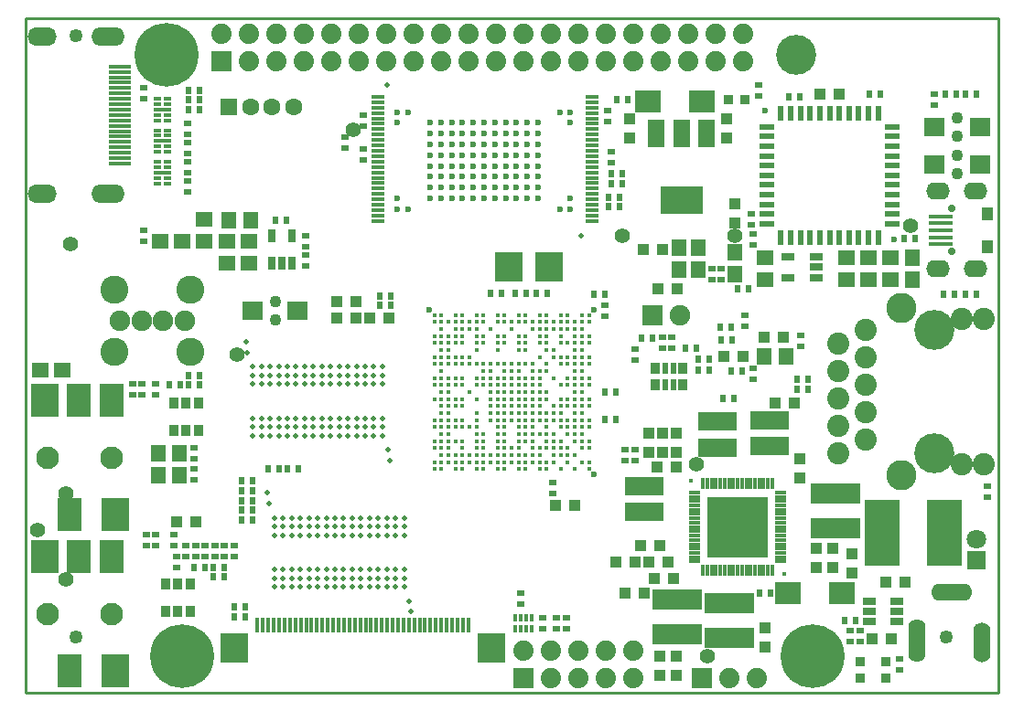
<source format=gbr>
G04 #@! TF.GenerationSoftware,KiCad,Pcbnew,no-vcs-found-ddec803~58~ubuntu14.04.1*
G04 #@! TF.CreationDate,2017-06-02T16:07:50+03:00*
G04 #@! TF.ProjectId,A64-OlinuXino_Rev_D,4136342D4F6C696E7558696E6F5F5265,D*
G04 #@! TF.FileFunction,Soldermask,Top*
G04 #@! TF.FilePolarity,Negative*
%FSLAX46Y46*%
G04 Gerber Fmt 4.6, Leading zero omitted, Abs format (unit mm)*
G04 Created by KiCad (PCBNEW no-vcs-found-ddec803~58~ubuntu14.04.1) date Fri Jun  2 16:07:50 2017*
%MOMM*%
%LPD*%
G01*
G04 APERTURE LIST*
%ADD10C,0.100000*%
%ADD11C,0.254000*%
%ADD12C,3.700000*%
%ADD13C,2.800000*%
%ADD14C,2.050000*%
%ADD15O,2.200000X1.600000*%
%ADD16R,1.100000X1.200000*%
%ADD17C,0.700000*%
%ADD18R,2.250000X0.425000*%
%ADD19C,0.600000*%
%ADD20R,1.400000X0.600000*%
%ADD21R,0.600000X1.400000*%
%ADD22R,1.619200X2.635200*%
%ADD23R,4.000000X2.600000*%
%ADD24C,0.500000*%
%ADD25C,0.400000*%
%ADD26C,2.100000*%
%ADD27R,2.201600X3.101600*%
%ADD28R,2.601600X3.101600*%
%ADD29R,2.501600X2.701600*%
%ADD30R,0.351600X1.401600*%
%ADD31C,1.254000*%
%ADD32R,0.609600X1.117600*%
%ADD33R,0.863600X1.117600*%
%ADD34O,2.700000X1.700000*%
%ADD35R,2.100000X0.350000*%
%ADD36O,3.100000X1.700000*%
%ADD37C,0.401600*%
%ADD38R,0.800000X0.800000*%
%ADD39R,1.822400X1.822400*%
%ADD40R,5.601600X5.601600*%
%ADD41R,1.001600X0.301600*%
%ADD42R,0.301600X1.001600*%
%ADD43R,3.601600X1.701600*%
%ADD44R,4.601600X1.851600*%
%ADD45R,3.301600X6.101600*%
%ADD46C,1.900000*%
%ADD47C,2.600000*%
%ADD48C,5.900000*%
%ADD49R,0.901600X0.901600*%
%ADD50R,0.601600X0.651600*%
%ADD51R,1.117600X1.117600*%
%ADD52R,0.651600X0.601600*%
%ADD53R,1.625600X1.371600*%
%ADD54R,1.371600X1.625600*%
%ADD55R,2.400000X2.100000*%
%ADD56R,1.301600X0.651600*%
%ADD57R,0.651600X1.301600*%
%ADD58R,1.900000X1.800000*%
%ADD59C,1.100000*%
%ADD60C,1.400000*%
%ADD61R,1.601600X1.601600*%
%ADD62C,1.601600*%
%ADD63C,1.879600*%
%ADD64R,1.879600X1.879600*%
%ADD65R,1.300000X0.350000*%
%ADD66R,1.800000X1.800000*%
%ADD67C,1.800000*%
%ADD68R,1.901600X1.901600*%
%ADD69C,1.901600*%
%ADD70O,1.601600X4.001600*%
%ADD71O,1.601600X3.701600*%
%ADD72O,3.801600X1.601600*%
%ADD73R,0.426600X0.726600*%
%ADD74R,0.351600X0.726600*%
%ADD75R,0.776600X0.301600*%
%ADD76R,0.876600X0.401600*%
%ADD77R,2.500000X2.800000*%
G04 APERTURE END LIST*
D10*
D11*
X100000000Y-37500000D02*
X100000000Y-100000000D01*
X190000000Y-37500000D02*
X100000000Y-37500000D01*
X190000000Y-100000000D02*
X190000000Y-37500000D01*
X100000000Y-100000000D02*
X190000000Y-100000000D01*
D12*
X184023000Y-77851000D03*
X184023000Y-66421000D03*
D13*
X180975000Y-79883000D03*
X180975000Y-64389000D03*
D14*
X188595000Y-78867000D03*
X186563000Y-78867000D03*
X188595000Y-65405000D03*
X186563000Y-65405000D03*
X175133000Y-77851000D03*
X177673000Y-76581000D03*
X175133000Y-75311000D03*
X177673000Y-74041000D03*
X175133000Y-72771000D03*
X177673000Y-71501000D03*
X175133000Y-70231000D03*
X177673000Y-68961000D03*
X175133000Y-67691000D03*
X177673000Y-66421000D03*
D15*
X187842000Y-53550000D03*
X184372000Y-53550000D03*
X184372000Y-60750000D03*
X187842000Y-60750000D03*
D16*
X188992000Y-55650000D03*
X188992000Y-58650000D03*
D17*
X185692000Y-55150000D03*
X185692000Y-59150000D03*
D18*
X184692000Y-55850000D03*
X184692000Y-56500000D03*
X184692000Y-57150000D03*
X184692000Y-57800000D03*
X184692000Y-58450000D03*
D19*
X168402000Y-46101000D03*
D20*
X180146000Y-47570000D03*
X180146000Y-48470000D03*
X180146000Y-49370000D03*
X180146000Y-50270000D03*
X180146000Y-51170000D03*
X180146000Y-52070000D03*
X180146000Y-52970000D03*
X180146000Y-53870000D03*
X180146000Y-54770000D03*
X180146000Y-55670000D03*
X180146000Y-56570000D03*
D21*
X178871000Y-57845000D03*
X177971000Y-57845000D03*
X177071000Y-57845000D03*
X176171000Y-57845000D03*
X175271000Y-57845000D03*
X174371000Y-57845000D03*
X173471000Y-57845000D03*
X172571000Y-57845000D03*
X171671000Y-57845000D03*
X170771000Y-57845000D03*
X169871000Y-57845000D03*
D20*
X168596000Y-56570000D03*
X168596000Y-55670000D03*
X168596000Y-54770000D03*
X168596000Y-53870000D03*
X168596000Y-52970000D03*
X168596000Y-52070000D03*
X168596000Y-51170000D03*
X168596000Y-50270000D03*
X168596000Y-49370000D03*
X168596000Y-48470000D03*
X168596000Y-47570000D03*
D21*
X169871000Y-46295000D03*
X170771000Y-46295000D03*
X171671000Y-46295000D03*
X172571000Y-46295000D03*
X173471000Y-46295000D03*
X174371000Y-46295000D03*
X175271000Y-46295000D03*
X176171000Y-46295000D03*
X177071000Y-46295000D03*
X177971000Y-46295000D03*
X178871000Y-46295000D03*
D19*
X180340000Y-58039000D03*
D22*
X162966400Y-48209200D03*
X160655000Y-48209200D03*
X158343600Y-48209200D03*
D23*
X160655000Y-54406800D03*
D19*
X150400000Y-46200000D03*
X150400000Y-47200000D03*
X150400000Y-54200000D03*
X150400000Y-55200000D03*
X149400000Y-46200000D03*
X149400000Y-55200000D03*
X147400000Y-47200000D03*
X147400000Y-48200000D03*
X147400000Y-49200000D03*
X147400000Y-50200000D03*
X147400000Y-51200000D03*
X147400000Y-52200000D03*
X147400000Y-53200000D03*
X147400000Y-54200000D03*
X146400000Y-47200000D03*
X146400000Y-48200000D03*
X146400000Y-49200000D03*
X146400000Y-50200000D03*
X146400000Y-51200000D03*
X146400000Y-52200000D03*
X146400000Y-53200000D03*
X146400000Y-54200000D03*
X145400000Y-47200000D03*
X145400000Y-48200000D03*
X145400000Y-49200000D03*
X145400000Y-50200000D03*
X145400000Y-51200000D03*
X145400000Y-52200000D03*
X145400000Y-53200000D03*
X145400000Y-54200000D03*
D24*
X133400000Y-43700000D03*
X151400000Y-57700000D03*
D19*
X144400000Y-47200000D03*
X144400000Y-48200000D03*
X144400000Y-49200000D03*
X144400000Y-50200000D03*
X144400000Y-51200000D03*
X144400000Y-52200000D03*
X144400000Y-53200000D03*
X144400000Y-54200000D03*
X143400000Y-47200000D03*
X143400000Y-48200000D03*
X143400000Y-49200000D03*
X143400000Y-50200000D03*
X143400000Y-51200000D03*
X143400000Y-52200000D03*
X143400000Y-53200000D03*
X143400000Y-54200000D03*
X142400000Y-47200000D03*
X142400000Y-48200000D03*
X142400000Y-49200000D03*
X142400000Y-50200000D03*
X142400000Y-51200000D03*
X142400000Y-52200000D03*
X142400000Y-53200000D03*
X142400000Y-54200000D03*
X141400000Y-47200000D03*
X141400000Y-48200000D03*
X141400000Y-49200000D03*
X141400000Y-50200000D03*
X141400000Y-51200000D03*
X141400000Y-52200000D03*
X141400000Y-53200000D03*
X141400000Y-54200000D03*
X140400000Y-47200000D03*
X140400000Y-48200000D03*
X140400000Y-49200000D03*
X140400000Y-50200000D03*
X140400000Y-51200000D03*
X140400000Y-52200000D03*
X140400000Y-53200000D03*
X140400000Y-54200000D03*
X139400000Y-47200000D03*
X139400000Y-48200000D03*
X139400000Y-49200000D03*
X139400000Y-50200000D03*
X139400000Y-51200000D03*
X139400000Y-52200000D03*
X139400000Y-53200000D03*
X139400000Y-54200000D03*
X138400000Y-47200000D03*
X138400000Y-48200000D03*
X138400000Y-49200000D03*
X138400000Y-50200000D03*
X138400000Y-51200000D03*
X138400000Y-52200000D03*
X138400000Y-53200000D03*
X138400000Y-54200000D03*
X137400000Y-47200000D03*
X137400000Y-48200000D03*
X137400000Y-49200000D03*
X137400000Y-50200000D03*
X137400000Y-51200000D03*
X137400000Y-52200000D03*
X137400000Y-53200000D03*
X137400000Y-54200000D03*
X135400000Y-46200000D03*
X135400000Y-55200000D03*
X134400000Y-46200000D03*
X134400000Y-47200000D03*
X134400000Y-54200000D03*
X134400000Y-55200000D03*
X137350000Y-64550000D03*
X152550000Y-79750000D03*
D25*
X151450000Y-68250000D03*
X150800000Y-68250000D03*
X148850000Y-68250000D03*
X148200000Y-68250000D03*
X146250000Y-68250000D03*
X145600000Y-68250000D03*
X143650000Y-68250000D03*
X141700000Y-68250000D03*
X139100000Y-68250000D03*
X138450000Y-68250000D03*
X152100000Y-68900000D03*
X151450000Y-68900000D03*
X150800000Y-68900000D03*
X150150000Y-68900000D03*
X149500000Y-68900000D03*
X148850000Y-68900000D03*
X147550000Y-68900000D03*
X141050000Y-68900000D03*
X140400000Y-68900000D03*
X139750000Y-68900000D03*
X139100000Y-68900000D03*
X138450000Y-68900000D03*
X137800000Y-68900000D03*
X152100000Y-69550000D03*
X151450000Y-69550000D03*
X150800000Y-69550000D03*
X150150000Y-69550000D03*
X149500000Y-69550000D03*
X148200000Y-69550000D03*
X146900000Y-69550000D03*
X146250000Y-69550000D03*
X145600000Y-69550000D03*
X144950000Y-69550000D03*
X144300000Y-69550000D03*
X143650000Y-69550000D03*
X143000000Y-69550000D03*
X142350000Y-69550000D03*
X141700000Y-69550000D03*
X141050000Y-69550000D03*
X140400000Y-69550000D03*
X139750000Y-69550000D03*
X139100000Y-69550000D03*
X138450000Y-69550000D03*
X137800000Y-69550000D03*
X151450000Y-70200000D03*
X150800000Y-70200000D03*
X148200000Y-70200000D03*
X147550000Y-70200000D03*
X142350000Y-70200000D03*
X138450000Y-70200000D03*
X152100000Y-70850000D03*
X151450000Y-70850000D03*
X150800000Y-70850000D03*
X150150000Y-70850000D03*
X147550000Y-70850000D03*
X146900000Y-70850000D03*
X146250000Y-70850000D03*
X145600000Y-70850000D03*
X144950000Y-70850000D03*
X144300000Y-70850000D03*
X143650000Y-70850000D03*
X142350000Y-70850000D03*
X141700000Y-70850000D03*
X140400000Y-70850000D03*
X139750000Y-70850000D03*
X139100000Y-70850000D03*
X138450000Y-70850000D03*
X137800000Y-70850000D03*
X152100000Y-71500000D03*
X151450000Y-71500000D03*
X150800000Y-71500000D03*
X150150000Y-71500000D03*
X149500000Y-71500000D03*
X146900000Y-71500000D03*
X144950000Y-71500000D03*
X144300000Y-71500000D03*
X143000000Y-71500000D03*
X141700000Y-71500000D03*
X140400000Y-71500000D03*
X139750000Y-71500000D03*
X139100000Y-71500000D03*
X138450000Y-71500000D03*
X137800000Y-71500000D03*
X151450000Y-72150000D03*
X150800000Y-72150000D03*
X143000000Y-72150000D03*
X141050000Y-72150000D03*
X139100000Y-72150000D03*
X138450000Y-72150000D03*
X152100000Y-72800000D03*
X151450000Y-72800000D03*
X150800000Y-72800000D03*
X150150000Y-72800000D03*
X149500000Y-72800000D03*
X140400000Y-72800000D03*
X139750000Y-72800000D03*
X139100000Y-72800000D03*
X138450000Y-72800000D03*
X137800000Y-72800000D03*
X152100000Y-73450000D03*
X151450000Y-73450000D03*
X150800000Y-73450000D03*
X150150000Y-73450000D03*
X149500000Y-73450000D03*
X148850000Y-73450000D03*
X140400000Y-73450000D03*
X139750000Y-73450000D03*
X139100000Y-73450000D03*
X138450000Y-73450000D03*
X151450000Y-74100000D03*
X150800000Y-74100000D03*
X149500000Y-74100000D03*
X148850000Y-74100000D03*
X141700000Y-74100000D03*
X139100000Y-74100000D03*
X138450000Y-74100000D03*
X152100000Y-74750000D03*
X151450000Y-74750000D03*
X150800000Y-74750000D03*
X150150000Y-74750000D03*
X149500000Y-74750000D03*
X145600000Y-74750000D03*
X144300000Y-74750000D03*
X143000000Y-74750000D03*
X141700000Y-74750000D03*
X140400000Y-74750000D03*
X139750000Y-74750000D03*
X139100000Y-74750000D03*
X138450000Y-74750000D03*
X137800000Y-74750000D03*
X152100000Y-75400000D03*
X151450000Y-75400000D03*
X150800000Y-75400000D03*
X150150000Y-75400000D03*
X149500000Y-75400000D03*
X145600000Y-75400000D03*
X144300000Y-75400000D03*
X143650000Y-75400000D03*
X141700000Y-75400000D03*
X141050000Y-75400000D03*
X140400000Y-75400000D03*
X138450000Y-75400000D03*
X137800000Y-75400000D03*
X151450000Y-76050000D03*
X150800000Y-76050000D03*
X150150000Y-76050000D03*
X148850000Y-76050000D03*
X148200000Y-76050000D03*
X147550000Y-76050000D03*
X146250000Y-76050000D03*
X145600000Y-76050000D03*
X144300000Y-76050000D03*
X143650000Y-76050000D03*
X142350000Y-76050000D03*
X139100000Y-76050000D03*
X138450000Y-76050000D03*
X152100000Y-76700000D03*
X151450000Y-76700000D03*
X150800000Y-76700000D03*
X149500000Y-76700000D03*
X148850000Y-76700000D03*
X146250000Y-76700000D03*
X145600000Y-76700000D03*
X143650000Y-76700000D03*
X142350000Y-76700000D03*
X141700000Y-76700000D03*
X140400000Y-76700000D03*
X139750000Y-76700000D03*
X139100000Y-76700000D03*
X138450000Y-76700000D03*
X137800000Y-76700000D03*
X152100000Y-77350000D03*
X151450000Y-77350000D03*
X150150000Y-77350000D03*
X149500000Y-77350000D03*
X148850000Y-77350000D03*
X148200000Y-77350000D03*
X147550000Y-77350000D03*
X146900000Y-77350000D03*
X144950000Y-77350000D03*
X143650000Y-77350000D03*
X141700000Y-77350000D03*
X140400000Y-77350000D03*
X139100000Y-77350000D03*
X138450000Y-77350000D03*
X137800000Y-77350000D03*
X150800000Y-78000000D03*
X150150000Y-78000000D03*
X149500000Y-78000000D03*
X148850000Y-78000000D03*
X147550000Y-78000000D03*
X146900000Y-78000000D03*
X146250000Y-78000000D03*
X145600000Y-78000000D03*
X144300000Y-78000000D03*
X143650000Y-78000000D03*
X143000000Y-78000000D03*
X142350000Y-78000000D03*
X141700000Y-78000000D03*
X141050000Y-78000000D03*
X140400000Y-78000000D03*
X139750000Y-78000000D03*
X138450000Y-78000000D03*
X152100000Y-78650000D03*
X151450000Y-78650000D03*
X150150000Y-78650000D03*
X148850000Y-78650000D03*
X147550000Y-78650000D03*
X146900000Y-78650000D03*
X146250000Y-78650000D03*
X145600000Y-78650000D03*
X144950000Y-78650000D03*
X144300000Y-78650000D03*
X143650000Y-78650000D03*
X143000000Y-78650000D03*
X142350000Y-78650000D03*
X141700000Y-78650000D03*
X141050000Y-78650000D03*
X140400000Y-78650000D03*
X139750000Y-78650000D03*
X139100000Y-78650000D03*
X138450000Y-78650000D03*
X137800000Y-78650000D03*
X152100000Y-79300000D03*
X150800000Y-79300000D03*
X149500000Y-79300000D03*
X148200000Y-79300000D03*
X147550000Y-79300000D03*
X146250000Y-79300000D03*
X145600000Y-79300000D03*
X144300000Y-79300000D03*
X143650000Y-79300000D03*
X142350000Y-79300000D03*
X141700000Y-79300000D03*
X140400000Y-79300000D03*
X139750000Y-79300000D03*
X138450000Y-79300000D03*
X137800000Y-67600000D03*
X138450000Y-67600000D03*
X139100000Y-67600000D03*
X139750000Y-67600000D03*
X140400000Y-67600000D03*
X141700000Y-67600000D03*
X142350000Y-67600000D03*
X143650000Y-67600000D03*
X144300000Y-67600000D03*
X145600000Y-67600000D03*
X146250000Y-67600000D03*
X147550000Y-67600000D03*
X148200000Y-67600000D03*
X149500000Y-67600000D03*
X150150000Y-67600000D03*
X150800000Y-67600000D03*
X151450000Y-67600000D03*
X152100000Y-67600000D03*
X152100000Y-66950000D03*
X151450000Y-66950000D03*
X150800000Y-66950000D03*
X149500000Y-66950000D03*
X148200000Y-66950000D03*
X147550000Y-66950000D03*
X146250000Y-66950000D03*
X145600000Y-66950000D03*
X144300000Y-66950000D03*
X143650000Y-66950000D03*
X142350000Y-66950000D03*
X141700000Y-66950000D03*
X140400000Y-66950000D03*
X139750000Y-66950000D03*
X139100000Y-66950000D03*
X138450000Y-66950000D03*
X137800000Y-66950000D03*
X138450000Y-66300000D03*
X139750000Y-66300000D03*
X140400000Y-66300000D03*
X141050000Y-66300000D03*
X141700000Y-66300000D03*
X143000000Y-66300000D03*
X144950000Y-66300000D03*
X146900000Y-66300000D03*
X147550000Y-66300000D03*
X148200000Y-66300000D03*
X148850000Y-66300000D03*
X149500000Y-66300000D03*
X150150000Y-66300000D03*
X150800000Y-66300000D03*
X151450000Y-66300000D03*
X152100000Y-65650000D03*
X151450000Y-65650000D03*
X150800000Y-65650000D03*
X150150000Y-65650000D03*
X149500000Y-65650000D03*
X148850000Y-65650000D03*
X148200000Y-65650000D03*
X147550000Y-65650000D03*
X146900000Y-65650000D03*
X146250000Y-65650000D03*
X145600000Y-65650000D03*
X144950000Y-65650000D03*
X144300000Y-65650000D03*
X143650000Y-65650000D03*
X142350000Y-65650000D03*
X141700000Y-65650000D03*
X141050000Y-65650000D03*
X140400000Y-65650000D03*
X139750000Y-65650000D03*
X139100000Y-65650000D03*
X138450000Y-65650000D03*
X137800000Y-65650000D03*
X138450000Y-65000000D03*
X139750000Y-65000000D03*
X140400000Y-65000000D03*
X141700000Y-65000000D03*
X142350000Y-65000000D03*
X143650000Y-65000000D03*
X144300000Y-65000000D03*
X145600000Y-65000000D03*
X146250000Y-65000000D03*
X147550000Y-65000000D03*
X148200000Y-65000000D03*
X149500000Y-65000000D03*
X150150000Y-65000000D03*
X151450000Y-65000000D03*
X137800000Y-79300000D03*
X137800000Y-65000000D03*
X139100000Y-78000000D03*
X139100000Y-75400000D03*
X139750000Y-75400000D03*
X141700000Y-76050000D03*
X142350000Y-77350000D03*
X144300000Y-77350000D03*
X144300000Y-76700000D03*
X144950000Y-78000000D03*
X145600000Y-77350000D03*
X143000000Y-70200000D03*
X144300000Y-70200000D03*
X144950000Y-70200000D03*
X145600000Y-70200000D03*
X146900000Y-70200000D03*
X143000000Y-70850000D03*
X142350000Y-71500000D03*
X143650000Y-71500000D03*
X148850000Y-70850000D03*
X148200000Y-72150000D03*
X148200000Y-72800000D03*
X147550000Y-71500000D03*
X147550000Y-72150000D03*
X146900000Y-72150000D03*
X146900000Y-72800000D03*
X146250000Y-71500000D03*
X145600000Y-71500000D03*
X146250000Y-72150000D03*
X145600000Y-72150000D03*
X147550000Y-72800000D03*
X146250000Y-72800000D03*
X145600000Y-72800000D03*
X144950000Y-72800000D03*
X144300000Y-72800000D03*
X143650000Y-72800000D03*
X143000000Y-72800000D03*
X147550000Y-73450000D03*
X143000000Y-73450000D03*
X143650000Y-73450000D03*
X144300000Y-73450000D03*
X144950000Y-73450000D03*
X145600000Y-73450000D03*
X146250000Y-73450000D03*
X146900000Y-73450000D03*
X148200000Y-74100000D03*
X143000000Y-74100000D03*
X147550000Y-74100000D03*
X146900000Y-74100000D03*
X146250000Y-74100000D03*
X145600000Y-74100000D03*
X144950000Y-74100000D03*
X144300000Y-74100000D03*
X143650000Y-74100000D03*
X148850000Y-74750000D03*
X148200000Y-74750000D03*
X147550000Y-74750000D03*
X146900000Y-74750000D03*
X146250000Y-74750000D03*
X148200000Y-75400000D03*
X146900000Y-75400000D03*
X146250000Y-75400000D03*
X146900000Y-76700000D03*
X148200000Y-78650000D03*
X148200000Y-76700000D03*
X146900000Y-76050000D03*
X143650000Y-74750000D03*
X144950000Y-74750000D03*
X141700000Y-72800000D03*
X143650000Y-72150000D03*
X144300000Y-72150000D03*
X144950000Y-72150000D03*
X152100000Y-65000000D03*
D19*
X152550000Y-64550000D03*
D24*
X123000000Y-90200000D03*
X123000000Y-89400000D03*
X123000000Y-88600000D03*
X123000000Y-85400000D03*
X123000000Y-84600000D03*
X123000000Y-83800000D03*
X123800000Y-90200000D03*
X123800000Y-89400000D03*
X123800000Y-88600000D03*
X123800000Y-85400000D03*
X123800000Y-84600000D03*
X123800000Y-83800000D03*
X124600000Y-90200000D03*
X124600000Y-89400000D03*
X124600000Y-88600000D03*
X124600000Y-85400000D03*
X124600000Y-84600000D03*
X124600000Y-83800000D03*
X125400000Y-90200000D03*
X125400000Y-89400000D03*
X125400000Y-88600000D03*
X125400000Y-85400000D03*
X125400000Y-84600000D03*
X125400000Y-83800000D03*
X126200000Y-90200000D03*
X126200000Y-89400000D03*
X126200000Y-88600000D03*
X126200000Y-85400000D03*
X126200000Y-84600000D03*
X126200000Y-83800000D03*
X127000000Y-90200000D03*
X127000000Y-89400000D03*
X127000000Y-88600000D03*
X127000000Y-85400000D03*
X127000000Y-84600000D03*
X127000000Y-83800000D03*
X127800000Y-90200000D03*
X127800000Y-89400000D03*
X127800000Y-88600000D03*
X127800000Y-85400000D03*
X127800000Y-84600000D03*
X127800000Y-83800000D03*
X128600000Y-90200000D03*
X128600000Y-89400000D03*
X128600000Y-88600000D03*
X128600000Y-85400000D03*
X128600000Y-84600000D03*
X128600000Y-83800000D03*
X129400000Y-90200000D03*
X129400000Y-89400000D03*
X129400000Y-88600000D03*
X129400000Y-85400000D03*
X129400000Y-84600000D03*
X129400000Y-83800000D03*
X130200000Y-90200000D03*
X130200000Y-89400000D03*
X130200000Y-88600000D03*
X130200000Y-85400000D03*
X130200000Y-84600000D03*
X130200000Y-83800000D03*
X135650000Y-92500000D03*
X122350000Y-81500000D03*
X135500000Y-91500000D03*
X122500000Y-82500000D03*
X131000000Y-90200000D03*
X131000000Y-89400000D03*
X131000000Y-88600000D03*
X131000000Y-85400000D03*
X131000000Y-84600000D03*
X131000000Y-83800000D03*
X131800000Y-90200000D03*
X131800000Y-89400000D03*
X131800000Y-88600000D03*
X131800000Y-85400000D03*
X131800000Y-84600000D03*
X131800000Y-83800000D03*
X132600000Y-90200000D03*
X132600000Y-89400000D03*
X132600000Y-88600000D03*
X132600000Y-85400000D03*
X132600000Y-84600000D03*
X132600000Y-83800000D03*
X133400000Y-90200000D03*
X133400000Y-89400000D03*
X133400000Y-88600000D03*
X133400000Y-85400000D03*
X133400000Y-84600000D03*
X133400000Y-83800000D03*
X134200000Y-90200000D03*
X134200000Y-89400000D03*
X134200000Y-88600000D03*
X134200000Y-85400000D03*
X134200000Y-84600000D03*
X134200000Y-83800000D03*
X135000000Y-90200000D03*
X135000000Y-89400000D03*
X135000000Y-88600000D03*
X135000000Y-85400000D03*
X135000000Y-84600000D03*
X135000000Y-83800000D03*
X121000000Y-76200000D03*
X121000000Y-75400000D03*
X121000000Y-74600000D03*
X121000000Y-71400000D03*
X121000000Y-70600000D03*
X121000000Y-69800000D03*
X121800000Y-76200000D03*
X121800000Y-75400000D03*
X121800000Y-74600000D03*
X121800000Y-71400000D03*
X121800000Y-70600000D03*
X121800000Y-69800000D03*
X122600000Y-76200000D03*
X122600000Y-75400000D03*
X122600000Y-74600000D03*
X122600000Y-71400000D03*
X122600000Y-70600000D03*
X122600000Y-69800000D03*
X123400000Y-76200000D03*
X123400000Y-75400000D03*
X123400000Y-74600000D03*
X123400000Y-71400000D03*
X123400000Y-70600000D03*
X123400000Y-69800000D03*
X124200000Y-76200000D03*
X124200000Y-75400000D03*
X124200000Y-74600000D03*
X124200000Y-71400000D03*
X124200000Y-70600000D03*
X124200000Y-69800000D03*
X125000000Y-76200000D03*
X125000000Y-75400000D03*
X125000000Y-74600000D03*
X125000000Y-71400000D03*
X125000000Y-70600000D03*
X125000000Y-69800000D03*
X125800000Y-76200000D03*
X125800000Y-75400000D03*
X125800000Y-74600000D03*
X125800000Y-71400000D03*
X125800000Y-70600000D03*
X125800000Y-69800000D03*
X126600000Y-76200000D03*
X126600000Y-75400000D03*
X126600000Y-74600000D03*
X126600000Y-71400000D03*
X126600000Y-70600000D03*
X126600000Y-69800000D03*
X127400000Y-76200000D03*
X127400000Y-75400000D03*
X127400000Y-74600000D03*
X127400000Y-71400000D03*
X127400000Y-70600000D03*
X127400000Y-69800000D03*
X128200000Y-76200000D03*
X128200000Y-75400000D03*
X128200000Y-74600000D03*
X128200000Y-71400000D03*
X128200000Y-70600000D03*
X128200000Y-69800000D03*
X133650000Y-78500000D03*
X120350000Y-67500000D03*
X133500000Y-77500000D03*
X120500000Y-68500000D03*
X129000000Y-76200000D03*
X129000000Y-75400000D03*
X129000000Y-74600000D03*
X129000000Y-71400000D03*
X129000000Y-70600000D03*
X129000000Y-69800000D03*
X129800000Y-76200000D03*
X129800000Y-75400000D03*
X129800000Y-74600000D03*
X129800000Y-71400000D03*
X129800000Y-70600000D03*
X129800000Y-69800000D03*
X130600000Y-76200000D03*
X130600000Y-75400000D03*
X130600000Y-74600000D03*
X130600000Y-71400000D03*
X130600000Y-70600000D03*
X130600000Y-69800000D03*
X131400000Y-76200000D03*
X131400000Y-75400000D03*
X131400000Y-74600000D03*
X131400000Y-71400000D03*
X131400000Y-70600000D03*
X131400000Y-69800000D03*
X132200000Y-76200000D03*
X132200000Y-75400000D03*
X132200000Y-74600000D03*
X132200000Y-71400000D03*
X132200000Y-70600000D03*
X132200000Y-69800000D03*
X133000000Y-76200000D03*
X133000000Y-75400000D03*
X133000000Y-74600000D03*
X133000000Y-71400000D03*
X133000000Y-70600000D03*
X133000000Y-69800000D03*
D26*
X107981000Y-78232000D03*
X101981000Y-78232000D03*
D27*
X104881000Y-72932000D03*
X104081000Y-83532000D03*
X107981000Y-72932000D03*
D28*
X108281000Y-83532000D03*
X101781000Y-72932000D03*
D26*
X107981000Y-92710000D03*
X101981000Y-92710000D03*
D27*
X104881000Y-87410000D03*
X104081000Y-98010000D03*
X107981000Y-87410000D03*
D28*
X108281000Y-98010000D03*
X101781000Y-87410000D03*
D29*
X119291000Y-95870000D03*
X143091000Y-95870000D03*
D30*
X121441000Y-93770000D03*
X121941000Y-93770000D03*
X122441000Y-93770000D03*
X122941000Y-93770000D03*
X123441000Y-93770000D03*
X123941000Y-93770000D03*
X124441000Y-93770000D03*
X124941000Y-93770000D03*
X125441000Y-93770000D03*
X125941000Y-93770000D03*
X126441000Y-93770000D03*
X126941000Y-93770000D03*
X127441000Y-93770000D03*
X127941000Y-93770000D03*
X128441000Y-93770000D03*
X128941000Y-93770000D03*
X129441000Y-93770000D03*
X129941000Y-93770000D03*
X130441000Y-93770000D03*
X130941000Y-93770000D03*
X131441000Y-93770000D03*
X131941000Y-93770000D03*
X132441000Y-93770000D03*
X132941000Y-93770000D03*
X133441000Y-93770000D03*
X133941000Y-93770000D03*
X134441000Y-93770000D03*
X134941000Y-93770000D03*
X135441000Y-93770000D03*
X135941000Y-93770000D03*
X136441000Y-93770000D03*
X136941000Y-93770000D03*
X137441000Y-93770000D03*
X137941000Y-93770000D03*
X138441000Y-93770000D03*
X138941000Y-93770000D03*
X139441000Y-93770000D03*
X139941000Y-93770000D03*
X140441000Y-93770000D03*
X140941000Y-93770000D03*
D31*
X185166000Y-94869000D03*
X104648000Y-94869000D03*
X104648000Y-39116000D03*
D32*
X159893000Y-71501000D03*
X159131000Y-71501000D03*
X159893000Y-69977000D03*
X159131000Y-69977000D03*
D33*
X160782000Y-71501000D03*
X160782000Y-69977000D03*
X158242000Y-71501000D03*
X158242000Y-69977000D03*
D34*
X101547000Y-39182000D03*
D35*
X108747000Y-41982000D03*
X108747000Y-42482000D03*
X108747000Y-42982000D03*
X108747000Y-43482000D03*
X108747000Y-43982000D03*
X108747000Y-44482000D03*
X108747000Y-44982000D03*
X108747000Y-45482000D03*
X108747000Y-45982000D03*
X108747000Y-46482000D03*
X108747000Y-46982000D03*
X108747000Y-47482000D03*
X108747000Y-47982000D03*
X108747000Y-48482000D03*
X108747000Y-48982000D03*
X108747000Y-49482000D03*
X108747000Y-49982000D03*
X108747000Y-50482000D03*
X108747000Y-50982000D03*
D34*
X101547000Y-53782000D03*
D36*
X107597000Y-53782000D03*
X107597000Y-39182000D03*
D37*
X170180000Y-88963500D03*
D38*
X168062000Y-85445500D03*
X167362000Y-85445500D03*
X166662000Y-85445500D03*
X166662000Y-86145500D03*
X166662000Y-86845500D03*
X165062000Y-86845500D03*
X165062000Y-86145500D03*
X165062000Y-85445500D03*
X164362000Y-85445500D03*
X163662000Y-85445500D03*
X163662000Y-83845500D03*
X164362000Y-83845500D03*
X165062000Y-83845500D03*
X165062000Y-83145500D03*
X165062000Y-82445500D03*
X166662000Y-82445500D03*
X166662000Y-83145500D03*
X166662000Y-83845500D03*
X167362000Y-83845500D03*
X168062000Y-83845500D03*
D39*
X165862000Y-84645500D03*
D40*
X165862000Y-84645500D03*
D41*
X169862000Y-81445500D03*
X169862000Y-81845500D03*
X169862000Y-82245500D03*
X169862000Y-82645500D03*
X169862000Y-83045500D03*
X169862000Y-83445500D03*
X169862000Y-83845500D03*
X169862000Y-84245500D03*
X169862000Y-84645500D03*
X169862000Y-85045500D03*
X169862000Y-85445500D03*
X169862000Y-85845500D03*
X169862000Y-86245500D03*
X169862000Y-86645500D03*
X169862000Y-87045500D03*
X169862000Y-87445500D03*
X169862000Y-87845500D03*
D42*
X169062000Y-88645500D03*
X168662000Y-88645500D03*
X168262000Y-88645500D03*
X167862000Y-88645500D03*
X167462000Y-88645500D03*
X167062000Y-88645500D03*
X166662000Y-88645500D03*
X166262000Y-88645500D03*
X165862000Y-88645500D03*
X165462000Y-88645500D03*
X165062000Y-88645500D03*
X164662000Y-88645500D03*
X164262000Y-88645500D03*
X163862000Y-88645500D03*
X163462000Y-88645500D03*
X163062000Y-88645500D03*
X162662000Y-88645500D03*
D41*
X161862000Y-87845500D03*
X161862000Y-87445500D03*
X161862000Y-87045500D03*
X161862000Y-86645500D03*
X161862000Y-86245500D03*
X161862000Y-85845500D03*
X161862000Y-85445500D03*
X161862000Y-85045500D03*
X161862000Y-84645500D03*
X161862000Y-84245500D03*
X161862000Y-83845500D03*
X161862000Y-83445500D03*
X161862000Y-83045500D03*
X161862000Y-82645500D03*
X161862000Y-82245500D03*
X161862000Y-81845500D03*
X161862000Y-81445500D03*
D42*
X162662000Y-80645500D03*
X163062000Y-80645500D03*
X163462000Y-80645500D03*
X163862000Y-80645500D03*
X164262000Y-80645500D03*
X164662000Y-80645500D03*
X165062000Y-80645500D03*
X165462000Y-80645500D03*
X165862000Y-80645500D03*
X166262000Y-80645500D03*
X166662000Y-80645500D03*
X167062000Y-80645500D03*
X167462000Y-80645500D03*
X167862000Y-80645500D03*
X168262000Y-80645500D03*
X168662000Y-80645500D03*
X169062000Y-80645500D03*
D37*
X161544000Y-80327500D03*
D43*
X168783000Y-77146000D03*
X168783000Y-74746000D03*
X163957000Y-77273000D03*
X163957000Y-74873000D03*
X157226000Y-83242000D03*
X157226000Y-80842000D03*
D44*
X160274000Y-94564000D03*
X160274000Y-91364000D03*
X165100000Y-94945000D03*
X165100000Y-91745000D03*
X174879000Y-81585000D03*
X174879000Y-84785000D03*
D45*
X179218000Y-85217000D03*
X185018000Y-85217000D03*
D46*
X114712000Y-65532000D03*
X112712000Y-65532000D03*
X110712000Y-65532000D03*
X108712000Y-65532000D03*
D47*
X108212000Y-68382000D03*
X108212000Y-62682000D03*
X115212000Y-68382000D03*
X115212000Y-62682000D03*
D48*
X172800000Y-96600000D03*
D49*
X179578000Y-97155000D03*
X179578000Y-98679000D03*
D50*
X144018000Y-62992000D03*
X143002000Y-62992000D03*
D51*
X165608000Y-54737000D03*
X165608000Y-56515000D03*
D50*
X121008000Y-81300000D03*
X119992000Y-81300000D03*
X119992000Y-84000000D03*
X121008000Y-84000000D03*
D52*
X153797000Y-47117000D03*
X153797000Y-46101000D03*
X154178000Y-50927000D03*
X154178000Y-49911000D03*
X131191000Y-50673000D03*
X131191000Y-49657000D03*
D51*
X128778000Y-63754000D03*
X130556000Y-63754000D03*
D52*
X114808000Y-86360000D03*
X114808000Y-87376000D03*
D51*
X128778000Y-65278000D03*
X130556000Y-65278000D03*
D52*
X116586000Y-87376000D03*
X116586000Y-86360000D03*
D51*
X115697000Y-84201000D03*
X113919000Y-84201000D03*
D52*
X111125000Y-86360000D03*
X111125000Y-85344000D03*
X117475000Y-87376000D03*
X117475000Y-86360000D03*
X119253000Y-87376000D03*
X119253000Y-86360000D03*
D51*
X133604000Y-65278000D03*
X131826000Y-65278000D03*
D52*
X115570000Y-80264000D03*
X115570000Y-79248000D03*
D50*
X113284000Y-71501000D03*
X114300000Y-71501000D03*
X182245000Y-57912000D03*
X181229000Y-57912000D03*
D53*
X175895000Y-59690000D03*
X175895000Y-61722000D03*
X177927000Y-59690000D03*
X177927000Y-61722000D03*
X179959000Y-59690000D03*
X179959000Y-61722000D03*
X168402000Y-61722000D03*
X168402000Y-59690000D03*
D52*
X110871000Y-58166000D03*
X110871000Y-57150000D03*
D53*
X120650000Y-58166000D03*
X120650000Y-60198000D03*
X118618000Y-58166000D03*
X118618000Y-60198000D03*
X116459000Y-56134000D03*
X116459000Y-58166000D03*
D54*
X120777000Y-56261000D03*
X118745000Y-56261000D03*
D51*
X175260000Y-44577000D03*
X173482000Y-44577000D03*
D50*
X170561000Y-44831000D03*
X171577000Y-44831000D03*
D52*
X167132000Y-55626000D03*
X167132000Y-56642000D03*
D50*
X178054000Y-44577000D03*
X179070000Y-44577000D03*
D52*
X184023000Y-45593000D03*
X184023000Y-44577000D03*
D50*
X187960000Y-44577000D03*
X186944000Y-44577000D03*
D51*
X160147000Y-79121000D03*
X158369000Y-79121000D03*
X173101000Y-86614000D03*
X173101000Y-88392000D03*
X160147000Y-98425000D03*
X160147000Y-96647000D03*
X158623000Y-98425000D03*
X158623000Y-96647000D03*
X157226000Y-90805000D03*
X155448000Y-90805000D03*
X176403000Y-87122000D03*
X176403000Y-88900000D03*
X156337000Y-87884000D03*
X154559000Y-87884000D03*
X178308000Y-94996000D03*
X180086000Y-94996000D03*
X179578000Y-89789000D03*
X181356000Y-89789000D03*
X168402000Y-95758000D03*
X168402000Y-93980000D03*
X174625000Y-86614000D03*
X174625000Y-88392000D03*
X148971000Y-82677000D03*
X150749000Y-82677000D03*
X171069000Y-73152000D03*
X169291000Y-73152000D03*
X160147000Y-77724000D03*
X160147000Y-75946000D03*
X158877000Y-77724000D03*
X158877000Y-75946000D03*
X157607000Y-77724000D03*
X157607000Y-75946000D03*
X159385000Y-87884000D03*
X157607000Y-87884000D03*
X171577000Y-78359000D03*
X171577000Y-80137000D03*
X158623000Y-86360000D03*
X156845000Y-86360000D03*
X158115000Y-89408000D03*
X159893000Y-89408000D03*
D50*
X147193000Y-62992000D03*
X148209000Y-62992000D03*
D52*
X156337000Y-77470000D03*
X156337000Y-78486000D03*
D50*
X132715000Y-64135000D03*
X133731000Y-64135000D03*
D52*
X155448000Y-77470000D03*
X155448000Y-78486000D03*
D55*
X170474000Y-90805000D03*
X175474000Y-90805000D03*
D54*
X112268000Y-79883000D03*
X112268000Y-77851000D03*
D53*
X103378000Y-70104000D03*
X101346000Y-70104000D03*
D54*
X114173000Y-79883000D03*
X114173000Y-77851000D03*
X181991000Y-59690000D03*
X181991000Y-61722000D03*
D53*
X112395000Y-58166000D03*
X114427000Y-58166000D03*
D50*
X154940000Y-54102000D03*
X153924000Y-54102000D03*
X154559000Y-74676000D03*
X153543000Y-74676000D03*
D52*
X114935000Y-52578000D03*
X114935000Y-53594000D03*
X114935000Y-51816000D03*
X114935000Y-50800000D03*
X114935000Y-49022000D03*
X114935000Y-50038000D03*
X114935000Y-48260000D03*
X114935000Y-47244000D03*
D50*
X153543000Y-72136000D03*
X154559000Y-72136000D03*
D56*
X170531000Y-59629000D03*
X170531000Y-61529000D03*
X173131000Y-59629000D03*
X173131000Y-60579000D03*
X173131000Y-61529000D03*
D57*
X124648000Y-57628000D03*
X122748000Y-57628000D03*
X124648000Y-60228000D03*
X123698000Y-60228000D03*
X122748000Y-60228000D03*
D56*
X178023900Y-91506000D03*
X178023900Y-92456000D03*
X178023900Y-93406000D03*
X180624100Y-93406000D03*
X180624100Y-92456000D03*
X180624100Y-91506000D03*
D52*
X167259000Y-58547000D03*
X167259000Y-57531000D03*
D50*
X120269000Y-92075000D03*
X119253000Y-92075000D03*
X120269000Y-92964000D03*
X119253000Y-92964000D03*
D52*
X180848000Y-96901000D03*
X180848000Y-97917000D03*
X176276000Y-94234000D03*
X176276000Y-95250000D03*
X153543000Y-65151000D03*
X153543000Y-64135000D03*
D50*
X152527000Y-63119000D03*
X153543000Y-63119000D03*
X132715000Y-63246000D03*
X133731000Y-63246000D03*
X168910000Y-90805000D03*
X167894000Y-90805000D03*
X175768000Y-93345000D03*
X176784000Y-93345000D03*
D52*
X177165000Y-94234000D03*
X177165000Y-95250000D03*
X149987000Y-93091000D03*
X149987000Y-94107000D03*
X147828000Y-93091000D03*
X147828000Y-94107000D03*
X149098000Y-93091000D03*
X149098000Y-94107000D03*
X145796000Y-90805000D03*
X145796000Y-91821000D03*
X113665000Y-86360000D03*
X113665000Y-85344000D03*
D50*
X117348000Y-89281000D03*
X118364000Y-89281000D03*
D52*
X113919000Y-88392000D03*
X113919000Y-87376000D03*
X109855000Y-71374000D03*
X109855000Y-72390000D03*
D50*
X115062000Y-70612000D03*
X116078000Y-70612000D03*
X123063000Y-56261000D03*
X124079000Y-56261000D03*
D52*
X125857000Y-59436000D03*
X125857000Y-60452000D03*
D50*
X116078000Y-45974000D03*
X115062000Y-45974000D03*
X116078000Y-45085000D03*
X115062000Y-45085000D03*
D52*
X110871000Y-44958000D03*
X110871000Y-43942000D03*
D50*
X115062000Y-44196000D03*
X116078000Y-44196000D03*
X154178000Y-51943000D03*
X155194000Y-51943000D03*
X153924000Y-54991000D03*
X154940000Y-54991000D03*
D52*
X131191000Y-46482000D03*
X131191000Y-47498000D03*
D50*
X154178000Y-52832000D03*
X155194000Y-52832000D03*
X155702000Y-45085000D03*
X154686000Y-45085000D03*
D52*
X129540000Y-48514000D03*
X129540000Y-49530000D03*
X148717000Y-81534000D03*
X148717000Y-80518000D03*
D50*
X121008000Y-82200000D03*
X119992000Y-82200000D03*
X119992000Y-83100000D03*
X121008000Y-83100000D03*
X119992000Y-80400000D03*
X121008000Y-80400000D03*
X124206000Y-79248000D03*
X125222000Y-79248000D03*
X123444000Y-79248000D03*
X122428000Y-79248000D03*
D52*
X125857000Y-58674000D03*
X125857000Y-57658000D03*
D58*
X188282000Y-51054000D03*
X184082000Y-51054000D03*
D59*
X186182000Y-51904000D03*
X186182000Y-50204000D03*
D58*
X188282000Y-47625000D03*
X184082000Y-47625000D03*
D59*
X186182000Y-48475000D03*
X186182000Y-46775000D03*
D58*
X120963000Y-64643000D03*
X125163000Y-64643000D03*
D59*
X123063000Y-63793000D03*
X123063000Y-65493000D03*
D52*
X112014000Y-72390000D03*
X112014000Y-71374000D03*
D50*
X185039000Y-44577000D03*
X186055000Y-44577000D03*
X146304000Y-62992000D03*
X145288000Y-62992000D03*
D54*
X170307000Y-68834000D03*
X168275000Y-68834000D03*
D51*
X158496000Y-62611000D03*
X160274000Y-62611000D03*
X166370000Y-68834000D03*
X164592000Y-68834000D03*
X168275000Y-67056000D03*
X170053000Y-67056000D03*
X155829000Y-46863000D03*
X155829000Y-48641000D03*
X158877000Y-58928000D03*
X157099000Y-58928000D03*
D54*
X165608000Y-59182000D03*
X165608000Y-61214000D03*
X162179000Y-58801000D03*
X162179000Y-60833000D03*
X160401000Y-58801000D03*
X160401000Y-60833000D03*
D50*
X156972000Y-67183000D03*
X157988000Y-67183000D03*
X161036000Y-68072000D03*
X162052000Y-68072000D03*
X163195000Y-69088000D03*
X162179000Y-69088000D03*
D52*
X158877000Y-68072000D03*
X158877000Y-67056000D03*
X163449000Y-61722000D03*
X163449000Y-60706000D03*
X188976000Y-80899000D03*
X188976000Y-81915000D03*
D50*
X187960000Y-63119000D03*
X186944000Y-63119000D03*
X184912000Y-63119000D03*
X185928000Y-63119000D03*
X162179000Y-70104000D03*
X163195000Y-70104000D03*
D52*
X156337000Y-68199000D03*
X156337000Y-69215000D03*
D50*
X164465000Y-72771000D03*
X165481000Y-72771000D03*
D52*
X164338000Y-61722000D03*
X164338000Y-60706000D03*
D51*
X164846000Y-48641000D03*
X164846000Y-46863000D03*
D50*
X171323000Y-70993000D03*
X172339000Y-70993000D03*
X171323000Y-71882000D03*
X172339000Y-71882000D03*
X166878000Y-62611000D03*
X165862000Y-62611000D03*
X165354000Y-67310000D03*
X164338000Y-67310000D03*
D52*
X171704000Y-66929000D03*
X171704000Y-67945000D03*
X167259000Y-69977000D03*
X167259000Y-70993000D03*
D50*
X166243000Y-70231000D03*
X165227000Y-70231000D03*
D52*
X166497000Y-66040000D03*
X166497000Y-65024000D03*
D50*
X165227000Y-66167000D03*
X164211000Y-66167000D03*
D52*
X159766000Y-67056000D03*
X159766000Y-68072000D03*
D55*
X157520000Y-45212000D03*
X162520000Y-45212000D03*
D52*
X167767000Y-43688000D03*
X167767000Y-44704000D03*
D60*
X119507000Y-68707000D03*
X165608000Y-57658000D03*
X181864000Y-56769000D03*
X163068000Y-96647000D03*
X130302000Y-47879000D03*
X162052000Y-78867000D03*
X155194000Y-57658000D03*
X104140000Y-58420000D03*
D52*
X110744000Y-71374000D03*
X110744000Y-72390000D03*
X115570000Y-78359000D03*
X115570000Y-77343000D03*
D50*
X115062000Y-71501000D03*
X116078000Y-71501000D03*
D61*
X118793000Y-45720000D03*
D62*
X120793000Y-45720000D03*
X122793000Y-45720000D03*
X124793000Y-45720000D03*
D63*
X166370000Y-38989000D03*
X166370000Y-41529000D03*
X163830000Y-38989000D03*
X163830000Y-41529000D03*
X161290000Y-38989000D03*
X161290000Y-41529000D03*
X158750000Y-38989000D03*
X158750000Y-41529000D03*
X156210000Y-38989000D03*
X156210000Y-41529000D03*
X146050000Y-38989000D03*
X146050000Y-41529000D03*
X143510000Y-38989000D03*
X143510000Y-41529000D03*
X148590000Y-41529000D03*
X148590000Y-38989000D03*
X151130000Y-38989000D03*
X151130000Y-41529000D03*
X153670000Y-41529000D03*
X153670000Y-38989000D03*
X128270000Y-38989000D03*
X128270000Y-41529000D03*
X125730000Y-41529000D03*
X125730000Y-38989000D03*
X123190000Y-38989000D03*
X123190000Y-41529000D03*
D64*
X118110000Y-41529000D03*
D63*
X118110000Y-38989000D03*
X120650000Y-41529000D03*
X120650000Y-38989000D03*
X130810000Y-41529000D03*
X130810000Y-38989000D03*
X133350000Y-41529000D03*
X133350000Y-38989000D03*
X135890000Y-41529000D03*
X135890000Y-38989000D03*
X138430000Y-41529000D03*
X138430000Y-38989000D03*
X140970000Y-41529000D03*
X140970000Y-38989000D03*
D65*
X152394000Y-56296000D03*
X152394000Y-55796000D03*
X152394000Y-55296000D03*
X152394000Y-54796000D03*
X152394000Y-54296000D03*
X152394000Y-53796000D03*
X152394000Y-53296000D03*
X152394000Y-52796000D03*
X152394000Y-52296000D03*
X152394000Y-51796000D03*
X152394000Y-51296000D03*
X152394000Y-50796000D03*
X152394000Y-50296000D03*
X152394000Y-49796000D03*
X152394000Y-49296000D03*
X152394000Y-48796000D03*
X152394000Y-48296000D03*
X152394000Y-47796000D03*
X152394000Y-47296000D03*
X152394000Y-46796000D03*
X152394000Y-46296000D03*
X152394000Y-45796000D03*
X152394000Y-45296000D03*
X152394000Y-44796000D03*
X132594000Y-44796000D03*
X132594000Y-45296000D03*
X132594000Y-45796000D03*
X132594000Y-46296000D03*
X132594000Y-46796000D03*
X132594000Y-47296000D03*
X132594000Y-47796000D03*
X132594000Y-48296000D03*
X132594000Y-48796000D03*
X132594000Y-49296000D03*
X132594000Y-49796000D03*
X132594000Y-50296000D03*
X132594000Y-50796000D03*
X132594000Y-51296000D03*
X132594000Y-51796000D03*
X132594000Y-52296000D03*
X132594000Y-52796000D03*
X132594000Y-53296000D03*
X132594000Y-53796000D03*
X132594000Y-54296000D03*
X132594000Y-54796000D03*
X132594000Y-55296000D03*
X132594000Y-55796000D03*
X132594000Y-56296000D03*
D63*
X156210000Y-96139000D03*
X156210000Y-98679000D03*
X153670000Y-98679000D03*
X153670000Y-96139000D03*
X151130000Y-96139000D03*
X151130000Y-98679000D03*
D64*
X146050000Y-98679000D03*
D63*
X146050000Y-96139000D03*
X148590000Y-98679000D03*
X148590000Y-96139000D03*
D64*
X162560000Y-98679000D03*
D63*
X165100000Y-98679000D03*
X167640000Y-98679000D03*
D66*
X187982860Y-87749380D03*
D67*
X187980320Y-85737700D03*
D68*
X157988000Y-65024000D03*
D69*
X160528000Y-65024000D03*
D60*
X103682800Y-81534000D03*
X103682800Y-89535000D03*
D52*
X112014000Y-86360000D03*
X112014000Y-85344000D03*
X115697000Y-87376000D03*
X115697000Y-86360000D03*
X118364000Y-87376000D03*
X118364000Y-86360000D03*
D50*
X116586000Y-88392000D03*
X115570000Y-88392000D03*
X117348000Y-88392000D03*
X118364000Y-88392000D03*
D60*
X101092000Y-84963000D03*
D70*
X182441000Y-95174000D03*
D71*
X188441000Y-95324000D03*
D72*
X185695000Y-90724000D03*
D48*
X114500000Y-96600000D03*
D33*
X112903000Y-92456000D03*
X114046000Y-92456000D03*
X115189000Y-92456000D03*
X115189000Y-89916000D03*
X114046000Y-89916000D03*
X112903000Y-89916000D03*
X113665000Y-75692000D03*
X114808000Y-75692000D03*
X115951000Y-75692000D03*
X115951000Y-73152000D03*
X114808000Y-73152000D03*
X113665000Y-73152000D03*
D48*
X113000000Y-40900000D03*
D12*
X171300000Y-40900000D03*
D49*
X166497000Y-45085000D03*
X164973000Y-45085000D03*
X177165000Y-97155000D03*
X177165000Y-98679000D03*
D73*
X146840000Y-93086500D03*
X146840000Y-94111500D03*
D74*
X146300000Y-93086500D03*
X146300000Y-94111500D03*
X145800000Y-93086500D03*
X145800000Y-94111500D03*
D73*
X145260000Y-93086500D03*
X145260000Y-94111500D03*
D75*
X112211500Y-52816000D03*
X112211500Y-52316000D03*
D76*
X112261500Y-51816000D03*
D75*
X112211500Y-51316000D03*
X112211500Y-50816000D03*
X113086500Y-50816000D03*
X113086500Y-51316000D03*
D76*
X113036500Y-51816000D03*
D75*
X113086500Y-52316000D03*
X113086500Y-52816000D03*
X113086500Y-49895000D03*
X113086500Y-49395000D03*
D76*
X113036500Y-48895000D03*
D75*
X113086500Y-48395000D03*
X113086500Y-47895000D03*
X112211500Y-47895000D03*
X112211500Y-48395000D03*
D76*
X112261500Y-48895000D03*
D75*
X112211500Y-49395000D03*
X112211500Y-49895000D03*
X112211500Y-46974000D03*
X112211500Y-46474000D03*
D76*
X112261500Y-45974000D03*
D75*
X112211500Y-45474000D03*
X112211500Y-44974000D03*
X113086500Y-44974000D03*
X113086500Y-45474000D03*
D76*
X113036500Y-45974000D03*
D75*
X113086500Y-46474000D03*
X113086500Y-46974000D03*
D77*
X148408000Y-60579000D03*
X144708000Y-60579000D03*
M02*

</source>
